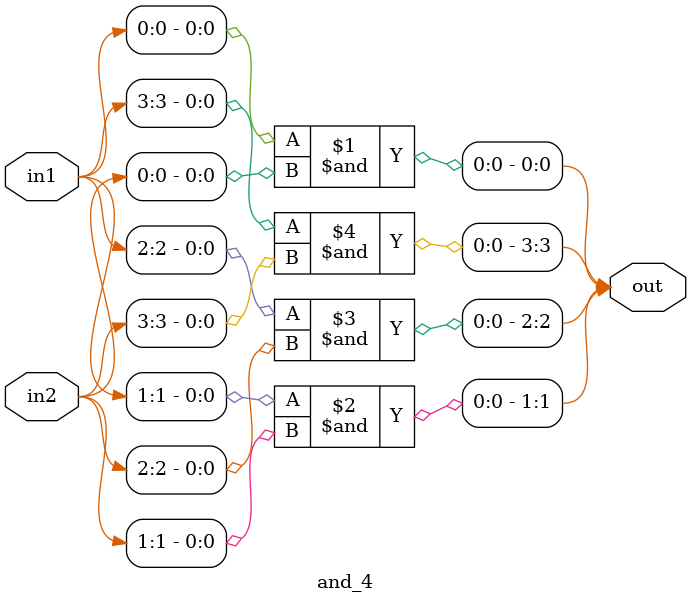
<source format=v>
module and_4(out,in1,in2);
	input[3:0] in1,in2;
	output[3:0] out;
	and and1(out[0],in1[0],in2[0]);
	and and2(out[1],in1[1],in2[1]);
	and and3(out[2],in1[2],in2[2]);
	and and4(out[3],in1[3],in2[3]);
endmodule
	
</source>
